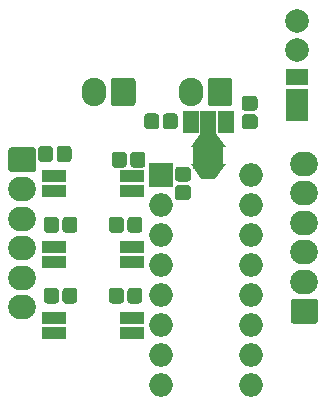
<source format=gbr>
G04 #@! TF.GenerationSoftware,KiCad,Pcbnew,(5.1.2)-1*
G04 #@! TF.CreationDate,2019-06-09T17:51:18+09:00*
G04 #@! TF.ProjectId,STEPPER_MOTOR04,53544550-5045-4525-9f4d-4f544f523034,rev?*
G04 #@! TF.SameCoordinates,Original*
G04 #@! TF.FileFunction,Soldermask,Bot*
G04 #@! TF.FilePolarity,Negative*
%FSLAX46Y46*%
G04 Gerber Fmt 4.6, Leading zero omitted, Abs format (unit mm)*
G04 Created by KiCad (PCBNEW (5.1.2)-1) date 2019-06-09 17:51:18*
%MOMM*%
%LPD*%
G04 APERTURE LIST*
%ADD10C,0.100000*%
%ADD11C,2.100000*%
%ADD12O,2.350000X2.100000*%
%ADD13R,2.100000X1.050000*%
%ADD14C,1.275000*%
%ADD15R,1.900000X2.800000*%
%ADD16R,1.900000X1.450000*%
%ADD17C,1.250000*%
%ADD18R,1.400000X1.900000*%
%ADD19R,1.400000X2.200000*%
%ADD20R,2.600000X2.240000*%
%ADD21C,1.400000*%
%ADD22O,2.100000X2.400000*%
%ADD23C,2.000000*%
%ADD24R,2.000000X2.000000*%
%ADD25O,2.000000X2.000000*%
G04 APERTURE END LIST*
D10*
G36*
X101646447Y-86201487D02*
G01*
X101676425Y-86205934D01*
X101705824Y-86213298D01*
X101734358Y-86223508D01*
X101761755Y-86236465D01*
X101787750Y-86252046D01*
X101812092Y-86270100D01*
X101834548Y-86290452D01*
X101854900Y-86312908D01*
X101872954Y-86337250D01*
X101888535Y-86363245D01*
X101901492Y-86390642D01*
X101911702Y-86419176D01*
X101919066Y-86448575D01*
X101923513Y-86478553D01*
X101925000Y-86508823D01*
X101925000Y-87991177D01*
X101923513Y-88021447D01*
X101919066Y-88051425D01*
X101911702Y-88080824D01*
X101901492Y-88109358D01*
X101888535Y-88136755D01*
X101872954Y-88162750D01*
X101854900Y-88187092D01*
X101834548Y-88209548D01*
X101812092Y-88229900D01*
X101787750Y-88247954D01*
X101761755Y-88263535D01*
X101734358Y-88276492D01*
X101705824Y-88286702D01*
X101676425Y-88294066D01*
X101646447Y-88298513D01*
X101616177Y-88300000D01*
X99883823Y-88300000D01*
X99853553Y-88298513D01*
X99823575Y-88294066D01*
X99794176Y-88286702D01*
X99765642Y-88276492D01*
X99738245Y-88263535D01*
X99712250Y-88247954D01*
X99687908Y-88229900D01*
X99665452Y-88209548D01*
X99645100Y-88187092D01*
X99627046Y-88162750D01*
X99611465Y-88136755D01*
X99598508Y-88109358D01*
X99588298Y-88080824D01*
X99580934Y-88051425D01*
X99576487Y-88021447D01*
X99575000Y-87991177D01*
X99575000Y-86508823D01*
X99576487Y-86478553D01*
X99580934Y-86448575D01*
X99588298Y-86419176D01*
X99598508Y-86390642D01*
X99611465Y-86363245D01*
X99627046Y-86337250D01*
X99645100Y-86312908D01*
X99665452Y-86290452D01*
X99687908Y-86270100D01*
X99712250Y-86252046D01*
X99738245Y-86236465D01*
X99765642Y-86223508D01*
X99794176Y-86213298D01*
X99823575Y-86205934D01*
X99853553Y-86201487D01*
X99883823Y-86200000D01*
X101616177Y-86200000D01*
X101646447Y-86201487D01*
X101646447Y-86201487D01*
G37*
D11*
X100750000Y-87250000D03*
D12*
X100750000Y-89750000D03*
X100750000Y-92250000D03*
X100750000Y-94750000D03*
X100750000Y-97250000D03*
X100750000Y-99750000D03*
D13*
X110050000Y-101885000D03*
X110050000Y-100615000D03*
X103450000Y-100615000D03*
X103450000Y-101885000D03*
X103450000Y-95885000D03*
X103450000Y-94615000D03*
X110050000Y-94615000D03*
X110050000Y-95885000D03*
X103450000Y-89885000D03*
X103450000Y-88615000D03*
X110050000Y-88615000D03*
X110050000Y-89885000D03*
D10*
G36*
X114737493Y-87826535D02*
G01*
X114768435Y-87831125D01*
X114798778Y-87838725D01*
X114828230Y-87849263D01*
X114856508Y-87862638D01*
X114883338Y-87878719D01*
X114908463Y-87897353D01*
X114931640Y-87918360D01*
X114952647Y-87941537D01*
X114971281Y-87966662D01*
X114987362Y-87993492D01*
X115000737Y-88021770D01*
X115011275Y-88051222D01*
X115018875Y-88081565D01*
X115023465Y-88112507D01*
X115025000Y-88143750D01*
X115025000Y-88781250D01*
X115023465Y-88812493D01*
X115018875Y-88843435D01*
X115011275Y-88873778D01*
X115000737Y-88903230D01*
X114987362Y-88931508D01*
X114971281Y-88958338D01*
X114952647Y-88983463D01*
X114931640Y-89006640D01*
X114908463Y-89027647D01*
X114883338Y-89046281D01*
X114856508Y-89062362D01*
X114828230Y-89075737D01*
X114798778Y-89086275D01*
X114768435Y-89093875D01*
X114737493Y-89098465D01*
X114706250Y-89100000D01*
X113993750Y-89100000D01*
X113962507Y-89098465D01*
X113931565Y-89093875D01*
X113901222Y-89086275D01*
X113871770Y-89075737D01*
X113843492Y-89062362D01*
X113816662Y-89046281D01*
X113791537Y-89027647D01*
X113768360Y-89006640D01*
X113747353Y-88983463D01*
X113728719Y-88958338D01*
X113712638Y-88931508D01*
X113699263Y-88903230D01*
X113688725Y-88873778D01*
X113681125Y-88843435D01*
X113676535Y-88812493D01*
X113675000Y-88781250D01*
X113675000Y-88143750D01*
X113676535Y-88112507D01*
X113681125Y-88081565D01*
X113688725Y-88051222D01*
X113699263Y-88021770D01*
X113712638Y-87993492D01*
X113728719Y-87966662D01*
X113747353Y-87941537D01*
X113768360Y-87918360D01*
X113791537Y-87897353D01*
X113816662Y-87878719D01*
X113843492Y-87862638D01*
X113871770Y-87849263D01*
X113901222Y-87838725D01*
X113931565Y-87831125D01*
X113962507Y-87826535D01*
X113993750Y-87825000D01*
X114706250Y-87825000D01*
X114737493Y-87826535D01*
X114737493Y-87826535D01*
G37*
D14*
X114350000Y-88462500D03*
D10*
G36*
X114737493Y-89401535D02*
G01*
X114768435Y-89406125D01*
X114798778Y-89413725D01*
X114828230Y-89424263D01*
X114856508Y-89437638D01*
X114883338Y-89453719D01*
X114908463Y-89472353D01*
X114931640Y-89493360D01*
X114952647Y-89516537D01*
X114971281Y-89541662D01*
X114987362Y-89568492D01*
X115000737Y-89596770D01*
X115011275Y-89626222D01*
X115018875Y-89656565D01*
X115023465Y-89687507D01*
X115025000Y-89718750D01*
X115025000Y-90356250D01*
X115023465Y-90387493D01*
X115018875Y-90418435D01*
X115011275Y-90448778D01*
X115000737Y-90478230D01*
X114987362Y-90506508D01*
X114971281Y-90533338D01*
X114952647Y-90558463D01*
X114931640Y-90581640D01*
X114908463Y-90602647D01*
X114883338Y-90621281D01*
X114856508Y-90637362D01*
X114828230Y-90650737D01*
X114798778Y-90661275D01*
X114768435Y-90668875D01*
X114737493Y-90673465D01*
X114706250Y-90675000D01*
X113993750Y-90675000D01*
X113962507Y-90673465D01*
X113931565Y-90668875D01*
X113901222Y-90661275D01*
X113871770Y-90650737D01*
X113843492Y-90637362D01*
X113816662Y-90621281D01*
X113791537Y-90602647D01*
X113768360Y-90581640D01*
X113747353Y-90558463D01*
X113728719Y-90533338D01*
X113712638Y-90506508D01*
X113699263Y-90478230D01*
X113688725Y-90448778D01*
X113681125Y-90418435D01*
X113676535Y-90387493D01*
X113675000Y-90356250D01*
X113675000Y-89718750D01*
X113676535Y-89687507D01*
X113681125Y-89656565D01*
X113688725Y-89626222D01*
X113699263Y-89596770D01*
X113712638Y-89568492D01*
X113728719Y-89541662D01*
X113747353Y-89516537D01*
X113768360Y-89493360D01*
X113791537Y-89472353D01*
X113816662Y-89453719D01*
X113843492Y-89437638D01*
X113871770Y-89424263D01*
X113901222Y-89413725D01*
X113931565Y-89406125D01*
X113962507Y-89401535D01*
X113993750Y-89400000D01*
X114706250Y-89400000D01*
X114737493Y-89401535D01*
X114737493Y-89401535D01*
G37*
D14*
X114350000Y-90037500D03*
D10*
G36*
X120387493Y-83401535D02*
G01*
X120418435Y-83406125D01*
X120448778Y-83413725D01*
X120478230Y-83424263D01*
X120506508Y-83437638D01*
X120533338Y-83453719D01*
X120558463Y-83472353D01*
X120581640Y-83493360D01*
X120602647Y-83516537D01*
X120621281Y-83541662D01*
X120637362Y-83568492D01*
X120650737Y-83596770D01*
X120661275Y-83626222D01*
X120668875Y-83656565D01*
X120673465Y-83687507D01*
X120675000Y-83718750D01*
X120675000Y-84356250D01*
X120673465Y-84387493D01*
X120668875Y-84418435D01*
X120661275Y-84448778D01*
X120650737Y-84478230D01*
X120637362Y-84506508D01*
X120621281Y-84533338D01*
X120602647Y-84558463D01*
X120581640Y-84581640D01*
X120558463Y-84602647D01*
X120533338Y-84621281D01*
X120506508Y-84637362D01*
X120478230Y-84650737D01*
X120448778Y-84661275D01*
X120418435Y-84668875D01*
X120387493Y-84673465D01*
X120356250Y-84675000D01*
X119643750Y-84675000D01*
X119612507Y-84673465D01*
X119581565Y-84668875D01*
X119551222Y-84661275D01*
X119521770Y-84650737D01*
X119493492Y-84637362D01*
X119466662Y-84621281D01*
X119441537Y-84602647D01*
X119418360Y-84581640D01*
X119397353Y-84558463D01*
X119378719Y-84533338D01*
X119362638Y-84506508D01*
X119349263Y-84478230D01*
X119338725Y-84448778D01*
X119331125Y-84418435D01*
X119326535Y-84387493D01*
X119325000Y-84356250D01*
X119325000Y-83718750D01*
X119326535Y-83687507D01*
X119331125Y-83656565D01*
X119338725Y-83626222D01*
X119349263Y-83596770D01*
X119362638Y-83568492D01*
X119378719Y-83541662D01*
X119397353Y-83516537D01*
X119418360Y-83493360D01*
X119441537Y-83472353D01*
X119466662Y-83453719D01*
X119493492Y-83437638D01*
X119521770Y-83424263D01*
X119551222Y-83413725D01*
X119581565Y-83406125D01*
X119612507Y-83401535D01*
X119643750Y-83400000D01*
X120356250Y-83400000D01*
X120387493Y-83401535D01*
X120387493Y-83401535D01*
G37*
D14*
X120000000Y-84037500D03*
D10*
G36*
X120387493Y-81826535D02*
G01*
X120418435Y-81831125D01*
X120448778Y-81838725D01*
X120478230Y-81849263D01*
X120506508Y-81862638D01*
X120533338Y-81878719D01*
X120558463Y-81897353D01*
X120581640Y-81918360D01*
X120602647Y-81941537D01*
X120621281Y-81966662D01*
X120637362Y-81993492D01*
X120650737Y-82021770D01*
X120661275Y-82051222D01*
X120668875Y-82081565D01*
X120673465Y-82112507D01*
X120675000Y-82143750D01*
X120675000Y-82781250D01*
X120673465Y-82812493D01*
X120668875Y-82843435D01*
X120661275Y-82873778D01*
X120650737Y-82903230D01*
X120637362Y-82931508D01*
X120621281Y-82958338D01*
X120602647Y-82983463D01*
X120581640Y-83006640D01*
X120558463Y-83027647D01*
X120533338Y-83046281D01*
X120506508Y-83062362D01*
X120478230Y-83075737D01*
X120448778Y-83086275D01*
X120418435Y-83093875D01*
X120387493Y-83098465D01*
X120356250Y-83100000D01*
X119643750Y-83100000D01*
X119612507Y-83098465D01*
X119581565Y-83093875D01*
X119551222Y-83086275D01*
X119521770Y-83075737D01*
X119493492Y-83062362D01*
X119466662Y-83046281D01*
X119441537Y-83027647D01*
X119418360Y-83006640D01*
X119397353Y-82983463D01*
X119378719Y-82958338D01*
X119362638Y-82931508D01*
X119349263Y-82903230D01*
X119338725Y-82873778D01*
X119331125Y-82843435D01*
X119326535Y-82812493D01*
X119325000Y-82781250D01*
X119325000Y-82143750D01*
X119326535Y-82112507D01*
X119331125Y-82081565D01*
X119338725Y-82051222D01*
X119349263Y-82021770D01*
X119362638Y-81993492D01*
X119378719Y-81966662D01*
X119397353Y-81941537D01*
X119418360Y-81918360D01*
X119441537Y-81897353D01*
X119466662Y-81878719D01*
X119493492Y-81862638D01*
X119521770Y-81849263D01*
X119551222Y-81838725D01*
X119581565Y-81831125D01*
X119612507Y-81826535D01*
X119643750Y-81825000D01*
X120356250Y-81825000D01*
X120387493Y-81826535D01*
X120387493Y-81826535D01*
G37*
D14*
X120000000Y-82462500D03*
D10*
G36*
X112062493Y-83326535D02*
G01*
X112093435Y-83331125D01*
X112123778Y-83338725D01*
X112153230Y-83349263D01*
X112181508Y-83362638D01*
X112208338Y-83378719D01*
X112233463Y-83397353D01*
X112256640Y-83418360D01*
X112277647Y-83441537D01*
X112296281Y-83466662D01*
X112312362Y-83493492D01*
X112325737Y-83521770D01*
X112336275Y-83551222D01*
X112343875Y-83581565D01*
X112348465Y-83612507D01*
X112350000Y-83643750D01*
X112350000Y-84356250D01*
X112348465Y-84387493D01*
X112343875Y-84418435D01*
X112336275Y-84448778D01*
X112325737Y-84478230D01*
X112312362Y-84506508D01*
X112296281Y-84533338D01*
X112277647Y-84558463D01*
X112256640Y-84581640D01*
X112233463Y-84602647D01*
X112208338Y-84621281D01*
X112181508Y-84637362D01*
X112153230Y-84650737D01*
X112123778Y-84661275D01*
X112093435Y-84668875D01*
X112062493Y-84673465D01*
X112031250Y-84675000D01*
X111393750Y-84675000D01*
X111362507Y-84673465D01*
X111331565Y-84668875D01*
X111301222Y-84661275D01*
X111271770Y-84650737D01*
X111243492Y-84637362D01*
X111216662Y-84621281D01*
X111191537Y-84602647D01*
X111168360Y-84581640D01*
X111147353Y-84558463D01*
X111128719Y-84533338D01*
X111112638Y-84506508D01*
X111099263Y-84478230D01*
X111088725Y-84448778D01*
X111081125Y-84418435D01*
X111076535Y-84387493D01*
X111075000Y-84356250D01*
X111075000Y-83643750D01*
X111076535Y-83612507D01*
X111081125Y-83581565D01*
X111088725Y-83551222D01*
X111099263Y-83521770D01*
X111112638Y-83493492D01*
X111128719Y-83466662D01*
X111147353Y-83441537D01*
X111168360Y-83418360D01*
X111191537Y-83397353D01*
X111216662Y-83378719D01*
X111243492Y-83362638D01*
X111271770Y-83349263D01*
X111301222Y-83338725D01*
X111331565Y-83331125D01*
X111362507Y-83326535D01*
X111393750Y-83325000D01*
X112031250Y-83325000D01*
X112062493Y-83326535D01*
X112062493Y-83326535D01*
G37*
D14*
X111712500Y-84000000D03*
D10*
G36*
X113637493Y-83326535D02*
G01*
X113668435Y-83331125D01*
X113698778Y-83338725D01*
X113728230Y-83349263D01*
X113756508Y-83362638D01*
X113783338Y-83378719D01*
X113808463Y-83397353D01*
X113831640Y-83418360D01*
X113852647Y-83441537D01*
X113871281Y-83466662D01*
X113887362Y-83493492D01*
X113900737Y-83521770D01*
X113911275Y-83551222D01*
X113918875Y-83581565D01*
X113923465Y-83612507D01*
X113925000Y-83643750D01*
X113925000Y-84356250D01*
X113923465Y-84387493D01*
X113918875Y-84418435D01*
X113911275Y-84448778D01*
X113900737Y-84478230D01*
X113887362Y-84506508D01*
X113871281Y-84533338D01*
X113852647Y-84558463D01*
X113831640Y-84581640D01*
X113808463Y-84602647D01*
X113783338Y-84621281D01*
X113756508Y-84637362D01*
X113728230Y-84650737D01*
X113698778Y-84661275D01*
X113668435Y-84668875D01*
X113637493Y-84673465D01*
X113606250Y-84675000D01*
X112968750Y-84675000D01*
X112937507Y-84673465D01*
X112906565Y-84668875D01*
X112876222Y-84661275D01*
X112846770Y-84650737D01*
X112818492Y-84637362D01*
X112791662Y-84621281D01*
X112766537Y-84602647D01*
X112743360Y-84581640D01*
X112722353Y-84558463D01*
X112703719Y-84533338D01*
X112687638Y-84506508D01*
X112674263Y-84478230D01*
X112663725Y-84448778D01*
X112656125Y-84418435D01*
X112651535Y-84387493D01*
X112650000Y-84356250D01*
X112650000Y-83643750D01*
X112651535Y-83612507D01*
X112656125Y-83581565D01*
X112663725Y-83551222D01*
X112674263Y-83521770D01*
X112687638Y-83493492D01*
X112703719Y-83466662D01*
X112722353Y-83441537D01*
X112743360Y-83418360D01*
X112766537Y-83397353D01*
X112791662Y-83378719D01*
X112818492Y-83362638D01*
X112846770Y-83349263D01*
X112876222Y-83338725D01*
X112906565Y-83331125D01*
X112937507Y-83326535D01*
X112968750Y-83325000D01*
X113606250Y-83325000D01*
X113637493Y-83326535D01*
X113637493Y-83326535D01*
G37*
D14*
X113287500Y-84000000D03*
D10*
G36*
X103562493Y-92076535D02*
G01*
X103593435Y-92081125D01*
X103623778Y-92088725D01*
X103653230Y-92099263D01*
X103681508Y-92112638D01*
X103708338Y-92128719D01*
X103733463Y-92147353D01*
X103756640Y-92168360D01*
X103777647Y-92191537D01*
X103796281Y-92216662D01*
X103812362Y-92243492D01*
X103825737Y-92271770D01*
X103836275Y-92301222D01*
X103843875Y-92331565D01*
X103848465Y-92362507D01*
X103850000Y-92393750D01*
X103850000Y-93106250D01*
X103848465Y-93137493D01*
X103843875Y-93168435D01*
X103836275Y-93198778D01*
X103825737Y-93228230D01*
X103812362Y-93256508D01*
X103796281Y-93283338D01*
X103777647Y-93308463D01*
X103756640Y-93331640D01*
X103733463Y-93352647D01*
X103708338Y-93371281D01*
X103681508Y-93387362D01*
X103653230Y-93400737D01*
X103623778Y-93411275D01*
X103593435Y-93418875D01*
X103562493Y-93423465D01*
X103531250Y-93425000D01*
X102893750Y-93425000D01*
X102862507Y-93423465D01*
X102831565Y-93418875D01*
X102801222Y-93411275D01*
X102771770Y-93400737D01*
X102743492Y-93387362D01*
X102716662Y-93371281D01*
X102691537Y-93352647D01*
X102668360Y-93331640D01*
X102647353Y-93308463D01*
X102628719Y-93283338D01*
X102612638Y-93256508D01*
X102599263Y-93228230D01*
X102588725Y-93198778D01*
X102581125Y-93168435D01*
X102576535Y-93137493D01*
X102575000Y-93106250D01*
X102575000Y-92393750D01*
X102576535Y-92362507D01*
X102581125Y-92331565D01*
X102588725Y-92301222D01*
X102599263Y-92271770D01*
X102612638Y-92243492D01*
X102628719Y-92216662D01*
X102647353Y-92191537D01*
X102668360Y-92168360D01*
X102691537Y-92147353D01*
X102716662Y-92128719D01*
X102743492Y-92112638D01*
X102771770Y-92099263D01*
X102801222Y-92088725D01*
X102831565Y-92081125D01*
X102862507Y-92076535D01*
X102893750Y-92075000D01*
X103531250Y-92075000D01*
X103562493Y-92076535D01*
X103562493Y-92076535D01*
G37*
D14*
X103212500Y-92750000D03*
D10*
G36*
X105137493Y-92076535D02*
G01*
X105168435Y-92081125D01*
X105198778Y-92088725D01*
X105228230Y-92099263D01*
X105256508Y-92112638D01*
X105283338Y-92128719D01*
X105308463Y-92147353D01*
X105331640Y-92168360D01*
X105352647Y-92191537D01*
X105371281Y-92216662D01*
X105387362Y-92243492D01*
X105400737Y-92271770D01*
X105411275Y-92301222D01*
X105418875Y-92331565D01*
X105423465Y-92362507D01*
X105425000Y-92393750D01*
X105425000Y-93106250D01*
X105423465Y-93137493D01*
X105418875Y-93168435D01*
X105411275Y-93198778D01*
X105400737Y-93228230D01*
X105387362Y-93256508D01*
X105371281Y-93283338D01*
X105352647Y-93308463D01*
X105331640Y-93331640D01*
X105308463Y-93352647D01*
X105283338Y-93371281D01*
X105256508Y-93387362D01*
X105228230Y-93400737D01*
X105198778Y-93411275D01*
X105168435Y-93418875D01*
X105137493Y-93423465D01*
X105106250Y-93425000D01*
X104468750Y-93425000D01*
X104437507Y-93423465D01*
X104406565Y-93418875D01*
X104376222Y-93411275D01*
X104346770Y-93400737D01*
X104318492Y-93387362D01*
X104291662Y-93371281D01*
X104266537Y-93352647D01*
X104243360Y-93331640D01*
X104222353Y-93308463D01*
X104203719Y-93283338D01*
X104187638Y-93256508D01*
X104174263Y-93228230D01*
X104163725Y-93198778D01*
X104156125Y-93168435D01*
X104151535Y-93137493D01*
X104150000Y-93106250D01*
X104150000Y-92393750D01*
X104151535Y-92362507D01*
X104156125Y-92331565D01*
X104163725Y-92301222D01*
X104174263Y-92271770D01*
X104187638Y-92243492D01*
X104203719Y-92216662D01*
X104222353Y-92191537D01*
X104243360Y-92168360D01*
X104266537Y-92147353D01*
X104291662Y-92128719D01*
X104318492Y-92112638D01*
X104346770Y-92099263D01*
X104376222Y-92088725D01*
X104406565Y-92081125D01*
X104437507Y-92076535D01*
X104468750Y-92075000D01*
X105106250Y-92075000D01*
X105137493Y-92076535D01*
X105137493Y-92076535D01*
G37*
D14*
X104787500Y-92750000D03*
D10*
G36*
X105137493Y-98076535D02*
G01*
X105168435Y-98081125D01*
X105198778Y-98088725D01*
X105228230Y-98099263D01*
X105256508Y-98112638D01*
X105283338Y-98128719D01*
X105308463Y-98147353D01*
X105331640Y-98168360D01*
X105352647Y-98191537D01*
X105371281Y-98216662D01*
X105387362Y-98243492D01*
X105400737Y-98271770D01*
X105411275Y-98301222D01*
X105418875Y-98331565D01*
X105423465Y-98362507D01*
X105425000Y-98393750D01*
X105425000Y-99106250D01*
X105423465Y-99137493D01*
X105418875Y-99168435D01*
X105411275Y-99198778D01*
X105400737Y-99228230D01*
X105387362Y-99256508D01*
X105371281Y-99283338D01*
X105352647Y-99308463D01*
X105331640Y-99331640D01*
X105308463Y-99352647D01*
X105283338Y-99371281D01*
X105256508Y-99387362D01*
X105228230Y-99400737D01*
X105198778Y-99411275D01*
X105168435Y-99418875D01*
X105137493Y-99423465D01*
X105106250Y-99425000D01*
X104468750Y-99425000D01*
X104437507Y-99423465D01*
X104406565Y-99418875D01*
X104376222Y-99411275D01*
X104346770Y-99400737D01*
X104318492Y-99387362D01*
X104291662Y-99371281D01*
X104266537Y-99352647D01*
X104243360Y-99331640D01*
X104222353Y-99308463D01*
X104203719Y-99283338D01*
X104187638Y-99256508D01*
X104174263Y-99228230D01*
X104163725Y-99198778D01*
X104156125Y-99168435D01*
X104151535Y-99137493D01*
X104150000Y-99106250D01*
X104150000Y-98393750D01*
X104151535Y-98362507D01*
X104156125Y-98331565D01*
X104163725Y-98301222D01*
X104174263Y-98271770D01*
X104187638Y-98243492D01*
X104203719Y-98216662D01*
X104222353Y-98191537D01*
X104243360Y-98168360D01*
X104266537Y-98147353D01*
X104291662Y-98128719D01*
X104318492Y-98112638D01*
X104346770Y-98099263D01*
X104376222Y-98088725D01*
X104406565Y-98081125D01*
X104437507Y-98076535D01*
X104468750Y-98075000D01*
X105106250Y-98075000D01*
X105137493Y-98076535D01*
X105137493Y-98076535D01*
G37*
D14*
X104787500Y-98750000D03*
D10*
G36*
X103562493Y-98076535D02*
G01*
X103593435Y-98081125D01*
X103623778Y-98088725D01*
X103653230Y-98099263D01*
X103681508Y-98112638D01*
X103708338Y-98128719D01*
X103733463Y-98147353D01*
X103756640Y-98168360D01*
X103777647Y-98191537D01*
X103796281Y-98216662D01*
X103812362Y-98243492D01*
X103825737Y-98271770D01*
X103836275Y-98301222D01*
X103843875Y-98331565D01*
X103848465Y-98362507D01*
X103850000Y-98393750D01*
X103850000Y-99106250D01*
X103848465Y-99137493D01*
X103843875Y-99168435D01*
X103836275Y-99198778D01*
X103825737Y-99228230D01*
X103812362Y-99256508D01*
X103796281Y-99283338D01*
X103777647Y-99308463D01*
X103756640Y-99331640D01*
X103733463Y-99352647D01*
X103708338Y-99371281D01*
X103681508Y-99387362D01*
X103653230Y-99400737D01*
X103623778Y-99411275D01*
X103593435Y-99418875D01*
X103562493Y-99423465D01*
X103531250Y-99425000D01*
X102893750Y-99425000D01*
X102862507Y-99423465D01*
X102831565Y-99418875D01*
X102801222Y-99411275D01*
X102771770Y-99400737D01*
X102743492Y-99387362D01*
X102716662Y-99371281D01*
X102691537Y-99352647D01*
X102668360Y-99331640D01*
X102647353Y-99308463D01*
X102628719Y-99283338D01*
X102612638Y-99256508D01*
X102599263Y-99228230D01*
X102588725Y-99198778D01*
X102581125Y-99168435D01*
X102576535Y-99137493D01*
X102575000Y-99106250D01*
X102575000Y-98393750D01*
X102576535Y-98362507D01*
X102581125Y-98331565D01*
X102588725Y-98301222D01*
X102599263Y-98271770D01*
X102612638Y-98243492D01*
X102628719Y-98216662D01*
X102647353Y-98191537D01*
X102668360Y-98168360D01*
X102691537Y-98147353D01*
X102716662Y-98128719D01*
X102743492Y-98112638D01*
X102771770Y-98099263D01*
X102801222Y-98088725D01*
X102831565Y-98081125D01*
X102862507Y-98076535D01*
X102893750Y-98075000D01*
X103531250Y-98075000D01*
X103562493Y-98076535D01*
X103562493Y-98076535D01*
G37*
D14*
X103212500Y-98750000D03*
D10*
G36*
X103062493Y-86076535D02*
G01*
X103093435Y-86081125D01*
X103123778Y-86088725D01*
X103153230Y-86099263D01*
X103181508Y-86112638D01*
X103208338Y-86128719D01*
X103233463Y-86147353D01*
X103256640Y-86168360D01*
X103277647Y-86191537D01*
X103296281Y-86216662D01*
X103312362Y-86243492D01*
X103325737Y-86271770D01*
X103336275Y-86301222D01*
X103343875Y-86331565D01*
X103348465Y-86362507D01*
X103350000Y-86393750D01*
X103350000Y-87106250D01*
X103348465Y-87137493D01*
X103343875Y-87168435D01*
X103336275Y-87198778D01*
X103325737Y-87228230D01*
X103312362Y-87256508D01*
X103296281Y-87283338D01*
X103277647Y-87308463D01*
X103256640Y-87331640D01*
X103233463Y-87352647D01*
X103208338Y-87371281D01*
X103181508Y-87387362D01*
X103153230Y-87400737D01*
X103123778Y-87411275D01*
X103093435Y-87418875D01*
X103062493Y-87423465D01*
X103031250Y-87425000D01*
X102393750Y-87425000D01*
X102362507Y-87423465D01*
X102331565Y-87418875D01*
X102301222Y-87411275D01*
X102271770Y-87400737D01*
X102243492Y-87387362D01*
X102216662Y-87371281D01*
X102191537Y-87352647D01*
X102168360Y-87331640D01*
X102147353Y-87308463D01*
X102128719Y-87283338D01*
X102112638Y-87256508D01*
X102099263Y-87228230D01*
X102088725Y-87198778D01*
X102081125Y-87168435D01*
X102076535Y-87137493D01*
X102075000Y-87106250D01*
X102075000Y-86393750D01*
X102076535Y-86362507D01*
X102081125Y-86331565D01*
X102088725Y-86301222D01*
X102099263Y-86271770D01*
X102112638Y-86243492D01*
X102128719Y-86216662D01*
X102147353Y-86191537D01*
X102168360Y-86168360D01*
X102191537Y-86147353D01*
X102216662Y-86128719D01*
X102243492Y-86112638D01*
X102271770Y-86099263D01*
X102301222Y-86088725D01*
X102331565Y-86081125D01*
X102362507Y-86076535D01*
X102393750Y-86075000D01*
X103031250Y-86075000D01*
X103062493Y-86076535D01*
X103062493Y-86076535D01*
G37*
D14*
X102712500Y-86750000D03*
D10*
G36*
X104637493Y-86076535D02*
G01*
X104668435Y-86081125D01*
X104698778Y-86088725D01*
X104728230Y-86099263D01*
X104756508Y-86112638D01*
X104783338Y-86128719D01*
X104808463Y-86147353D01*
X104831640Y-86168360D01*
X104852647Y-86191537D01*
X104871281Y-86216662D01*
X104887362Y-86243492D01*
X104900737Y-86271770D01*
X104911275Y-86301222D01*
X104918875Y-86331565D01*
X104923465Y-86362507D01*
X104925000Y-86393750D01*
X104925000Y-87106250D01*
X104923465Y-87137493D01*
X104918875Y-87168435D01*
X104911275Y-87198778D01*
X104900737Y-87228230D01*
X104887362Y-87256508D01*
X104871281Y-87283338D01*
X104852647Y-87308463D01*
X104831640Y-87331640D01*
X104808463Y-87352647D01*
X104783338Y-87371281D01*
X104756508Y-87387362D01*
X104728230Y-87400737D01*
X104698778Y-87411275D01*
X104668435Y-87418875D01*
X104637493Y-87423465D01*
X104606250Y-87425000D01*
X103968750Y-87425000D01*
X103937507Y-87423465D01*
X103906565Y-87418875D01*
X103876222Y-87411275D01*
X103846770Y-87400737D01*
X103818492Y-87387362D01*
X103791662Y-87371281D01*
X103766537Y-87352647D01*
X103743360Y-87331640D01*
X103722353Y-87308463D01*
X103703719Y-87283338D01*
X103687638Y-87256508D01*
X103674263Y-87228230D01*
X103663725Y-87198778D01*
X103656125Y-87168435D01*
X103651535Y-87137493D01*
X103650000Y-87106250D01*
X103650000Y-86393750D01*
X103651535Y-86362507D01*
X103656125Y-86331565D01*
X103663725Y-86301222D01*
X103674263Y-86271770D01*
X103687638Y-86243492D01*
X103703719Y-86216662D01*
X103722353Y-86191537D01*
X103743360Y-86168360D01*
X103766537Y-86147353D01*
X103791662Y-86128719D01*
X103818492Y-86112638D01*
X103846770Y-86099263D01*
X103876222Y-86088725D01*
X103906565Y-86081125D01*
X103937507Y-86076535D01*
X103968750Y-86075000D01*
X104606250Y-86075000D01*
X104637493Y-86076535D01*
X104637493Y-86076535D01*
G37*
D14*
X104287500Y-86750000D03*
D15*
X124000000Y-82600000D03*
D16*
X124000000Y-80225000D03*
D17*
X116500000Y-88243200D03*
D10*
G36*
X115896368Y-88868200D02*
G01*
X115014016Y-87618200D01*
X117985984Y-87618200D01*
X117103632Y-88868200D01*
X115896368Y-88868200D01*
X115896368Y-88868200D01*
G37*
D18*
X115000000Y-84096200D03*
D19*
X116500000Y-84242700D03*
D18*
X118000000Y-84096200D03*
D20*
X116500000Y-86909700D03*
D21*
X116500000Y-85500000D03*
D10*
G36*
X117004131Y-84800000D02*
G01*
X117984131Y-86200000D01*
X115015869Y-86200000D01*
X115995869Y-84800000D01*
X117004131Y-84800000D01*
X117004131Y-84800000D01*
G37*
D22*
X106800000Y-81500000D03*
D10*
G36*
X110071447Y-80301487D02*
G01*
X110101425Y-80305934D01*
X110130824Y-80313298D01*
X110159358Y-80323508D01*
X110186755Y-80336465D01*
X110212750Y-80352046D01*
X110237092Y-80370100D01*
X110259548Y-80390452D01*
X110279900Y-80412908D01*
X110297954Y-80437250D01*
X110313535Y-80463245D01*
X110326492Y-80490642D01*
X110336702Y-80519176D01*
X110344066Y-80548575D01*
X110348513Y-80578553D01*
X110350000Y-80608823D01*
X110350000Y-82391177D01*
X110348513Y-82421447D01*
X110344066Y-82451425D01*
X110336702Y-82480824D01*
X110326492Y-82509358D01*
X110313535Y-82536755D01*
X110297954Y-82562750D01*
X110279900Y-82587092D01*
X110259548Y-82609548D01*
X110237092Y-82629900D01*
X110212750Y-82647954D01*
X110186755Y-82663535D01*
X110159358Y-82676492D01*
X110130824Y-82686702D01*
X110101425Y-82694066D01*
X110071447Y-82698513D01*
X110041177Y-82700000D01*
X108558823Y-82700000D01*
X108528553Y-82698513D01*
X108498575Y-82694066D01*
X108469176Y-82686702D01*
X108440642Y-82676492D01*
X108413245Y-82663535D01*
X108387250Y-82647954D01*
X108362908Y-82629900D01*
X108340452Y-82609548D01*
X108320100Y-82587092D01*
X108302046Y-82562750D01*
X108286465Y-82536755D01*
X108273508Y-82509358D01*
X108263298Y-82480824D01*
X108255934Y-82451425D01*
X108251487Y-82421447D01*
X108250000Y-82391177D01*
X108250000Y-80608823D01*
X108251487Y-80578553D01*
X108255934Y-80548575D01*
X108263298Y-80519176D01*
X108273508Y-80490642D01*
X108286465Y-80463245D01*
X108302046Y-80437250D01*
X108320100Y-80412908D01*
X108340452Y-80390452D01*
X108362908Y-80370100D01*
X108387250Y-80352046D01*
X108413245Y-80336465D01*
X108440642Y-80323508D01*
X108469176Y-80313298D01*
X108498575Y-80305934D01*
X108528553Y-80301487D01*
X108558823Y-80300000D01*
X110041177Y-80300000D01*
X110071447Y-80301487D01*
X110071447Y-80301487D01*
G37*
D11*
X109300000Y-81500000D03*
D10*
G36*
X125536447Y-99023487D02*
G01*
X125566425Y-99027934D01*
X125595824Y-99035298D01*
X125624358Y-99045508D01*
X125651755Y-99058465D01*
X125677750Y-99074046D01*
X125702092Y-99092100D01*
X125724548Y-99112452D01*
X125744900Y-99134908D01*
X125762954Y-99159250D01*
X125778535Y-99185245D01*
X125791492Y-99212642D01*
X125801702Y-99241176D01*
X125809066Y-99270575D01*
X125813513Y-99300553D01*
X125815000Y-99330823D01*
X125815000Y-100813177D01*
X125813513Y-100843447D01*
X125809066Y-100873425D01*
X125801702Y-100902824D01*
X125791492Y-100931358D01*
X125778535Y-100958755D01*
X125762954Y-100984750D01*
X125744900Y-101009092D01*
X125724548Y-101031548D01*
X125702092Y-101051900D01*
X125677750Y-101069954D01*
X125651755Y-101085535D01*
X125624358Y-101098492D01*
X125595824Y-101108702D01*
X125566425Y-101116066D01*
X125536447Y-101120513D01*
X125506177Y-101122000D01*
X123773823Y-101122000D01*
X123743553Y-101120513D01*
X123713575Y-101116066D01*
X123684176Y-101108702D01*
X123655642Y-101098492D01*
X123628245Y-101085535D01*
X123602250Y-101069954D01*
X123577908Y-101051900D01*
X123555452Y-101031548D01*
X123535100Y-101009092D01*
X123517046Y-100984750D01*
X123501465Y-100958755D01*
X123488508Y-100931358D01*
X123478298Y-100902824D01*
X123470934Y-100873425D01*
X123466487Y-100843447D01*
X123465000Y-100813177D01*
X123465000Y-99330823D01*
X123466487Y-99300553D01*
X123470934Y-99270575D01*
X123478298Y-99241176D01*
X123488508Y-99212642D01*
X123501465Y-99185245D01*
X123517046Y-99159250D01*
X123535100Y-99134908D01*
X123555452Y-99112452D01*
X123577908Y-99092100D01*
X123602250Y-99074046D01*
X123628245Y-99058465D01*
X123655642Y-99045508D01*
X123684176Y-99035298D01*
X123713575Y-99027934D01*
X123743553Y-99023487D01*
X123773823Y-99022000D01*
X125506177Y-99022000D01*
X125536447Y-99023487D01*
X125536447Y-99023487D01*
G37*
D11*
X124640000Y-100072000D03*
D12*
X124640000Y-97572000D03*
X124640000Y-95072000D03*
X124640000Y-92572000D03*
X124640000Y-90072000D03*
X124640000Y-87572000D03*
D10*
G36*
X118271447Y-80301487D02*
G01*
X118301425Y-80305934D01*
X118330824Y-80313298D01*
X118359358Y-80323508D01*
X118386755Y-80336465D01*
X118412750Y-80352046D01*
X118437092Y-80370100D01*
X118459548Y-80390452D01*
X118479900Y-80412908D01*
X118497954Y-80437250D01*
X118513535Y-80463245D01*
X118526492Y-80490642D01*
X118536702Y-80519176D01*
X118544066Y-80548575D01*
X118548513Y-80578553D01*
X118550000Y-80608823D01*
X118550000Y-82391177D01*
X118548513Y-82421447D01*
X118544066Y-82451425D01*
X118536702Y-82480824D01*
X118526492Y-82509358D01*
X118513535Y-82536755D01*
X118497954Y-82562750D01*
X118479900Y-82587092D01*
X118459548Y-82609548D01*
X118437092Y-82629900D01*
X118412750Y-82647954D01*
X118386755Y-82663535D01*
X118359358Y-82676492D01*
X118330824Y-82686702D01*
X118301425Y-82694066D01*
X118271447Y-82698513D01*
X118241177Y-82700000D01*
X116758823Y-82700000D01*
X116728553Y-82698513D01*
X116698575Y-82694066D01*
X116669176Y-82686702D01*
X116640642Y-82676492D01*
X116613245Y-82663535D01*
X116587250Y-82647954D01*
X116562908Y-82629900D01*
X116540452Y-82609548D01*
X116520100Y-82587092D01*
X116502046Y-82562750D01*
X116486465Y-82536755D01*
X116473508Y-82509358D01*
X116463298Y-82480824D01*
X116455934Y-82451425D01*
X116451487Y-82421447D01*
X116450000Y-82391177D01*
X116450000Y-80608823D01*
X116451487Y-80578553D01*
X116455934Y-80548575D01*
X116463298Y-80519176D01*
X116473508Y-80490642D01*
X116486465Y-80463245D01*
X116502046Y-80437250D01*
X116520100Y-80412908D01*
X116540452Y-80390452D01*
X116562908Y-80370100D01*
X116587250Y-80352046D01*
X116613245Y-80336465D01*
X116640642Y-80323508D01*
X116669176Y-80313298D01*
X116698575Y-80305934D01*
X116728553Y-80301487D01*
X116758823Y-80300000D01*
X118241177Y-80300000D01*
X118271447Y-80301487D01*
X118271447Y-80301487D01*
G37*
D11*
X117500000Y-81500000D03*
D22*
X115000000Y-81500000D03*
D23*
X124000000Y-78000000D03*
X124000000Y-75500000D03*
D24*
X112500000Y-88500000D03*
D25*
X120120000Y-106280000D03*
X112500000Y-91040000D03*
X120120000Y-103740000D03*
X112500000Y-93580000D03*
X120120000Y-101200000D03*
X112500000Y-96120000D03*
X120120000Y-98660000D03*
X112500000Y-98660000D03*
X120120000Y-96120000D03*
X112500000Y-101200000D03*
X120120000Y-93580000D03*
X112500000Y-103740000D03*
X120120000Y-91040000D03*
X112500000Y-106280000D03*
X120120000Y-88500000D03*
D10*
G36*
X110887493Y-86576535D02*
G01*
X110918435Y-86581125D01*
X110948778Y-86588725D01*
X110978230Y-86599263D01*
X111006508Y-86612638D01*
X111033338Y-86628719D01*
X111058463Y-86647353D01*
X111081640Y-86668360D01*
X111102647Y-86691537D01*
X111121281Y-86716662D01*
X111137362Y-86743492D01*
X111150737Y-86771770D01*
X111161275Y-86801222D01*
X111168875Y-86831565D01*
X111173465Y-86862507D01*
X111175000Y-86893750D01*
X111175000Y-87606250D01*
X111173465Y-87637493D01*
X111168875Y-87668435D01*
X111161275Y-87698778D01*
X111150737Y-87728230D01*
X111137362Y-87756508D01*
X111121281Y-87783338D01*
X111102647Y-87808463D01*
X111081640Y-87831640D01*
X111058463Y-87852647D01*
X111033338Y-87871281D01*
X111006508Y-87887362D01*
X110978230Y-87900737D01*
X110948778Y-87911275D01*
X110918435Y-87918875D01*
X110887493Y-87923465D01*
X110856250Y-87925000D01*
X110218750Y-87925000D01*
X110187507Y-87923465D01*
X110156565Y-87918875D01*
X110126222Y-87911275D01*
X110096770Y-87900737D01*
X110068492Y-87887362D01*
X110041662Y-87871281D01*
X110016537Y-87852647D01*
X109993360Y-87831640D01*
X109972353Y-87808463D01*
X109953719Y-87783338D01*
X109937638Y-87756508D01*
X109924263Y-87728230D01*
X109913725Y-87698778D01*
X109906125Y-87668435D01*
X109901535Y-87637493D01*
X109900000Y-87606250D01*
X109900000Y-86893750D01*
X109901535Y-86862507D01*
X109906125Y-86831565D01*
X109913725Y-86801222D01*
X109924263Y-86771770D01*
X109937638Y-86743492D01*
X109953719Y-86716662D01*
X109972353Y-86691537D01*
X109993360Y-86668360D01*
X110016537Y-86647353D01*
X110041662Y-86628719D01*
X110068492Y-86612638D01*
X110096770Y-86599263D01*
X110126222Y-86588725D01*
X110156565Y-86581125D01*
X110187507Y-86576535D01*
X110218750Y-86575000D01*
X110856250Y-86575000D01*
X110887493Y-86576535D01*
X110887493Y-86576535D01*
G37*
D14*
X110537500Y-87250000D03*
D10*
G36*
X109312493Y-86576535D02*
G01*
X109343435Y-86581125D01*
X109373778Y-86588725D01*
X109403230Y-86599263D01*
X109431508Y-86612638D01*
X109458338Y-86628719D01*
X109483463Y-86647353D01*
X109506640Y-86668360D01*
X109527647Y-86691537D01*
X109546281Y-86716662D01*
X109562362Y-86743492D01*
X109575737Y-86771770D01*
X109586275Y-86801222D01*
X109593875Y-86831565D01*
X109598465Y-86862507D01*
X109600000Y-86893750D01*
X109600000Y-87606250D01*
X109598465Y-87637493D01*
X109593875Y-87668435D01*
X109586275Y-87698778D01*
X109575737Y-87728230D01*
X109562362Y-87756508D01*
X109546281Y-87783338D01*
X109527647Y-87808463D01*
X109506640Y-87831640D01*
X109483463Y-87852647D01*
X109458338Y-87871281D01*
X109431508Y-87887362D01*
X109403230Y-87900737D01*
X109373778Y-87911275D01*
X109343435Y-87918875D01*
X109312493Y-87923465D01*
X109281250Y-87925000D01*
X108643750Y-87925000D01*
X108612507Y-87923465D01*
X108581565Y-87918875D01*
X108551222Y-87911275D01*
X108521770Y-87900737D01*
X108493492Y-87887362D01*
X108466662Y-87871281D01*
X108441537Y-87852647D01*
X108418360Y-87831640D01*
X108397353Y-87808463D01*
X108378719Y-87783338D01*
X108362638Y-87756508D01*
X108349263Y-87728230D01*
X108338725Y-87698778D01*
X108331125Y-87668435D01*
X108326535Y-87637493D01*
X108325000Y-87606250D01*
X108325000Y-86893750D01*
X108326535Y-86862507D01*
X108331125Y-86831565D01*
X108338725Y-86801222D01*
X108349263Y-86771770D01*
X108362638Y-86743492D01*
X108378719Y-86716662D01*
X108397353Y-86691537D01*
X108418360Y-86668360D01*
X108441537Y-86647353D01*
X108466662Y-86628719D01*
X108493492Y-86612638D01*
X108521770Y-86599263D01*
X108551222Y-86588725D01*
X108581565Y-86581125D01*
X108612507Y-86576535D01*
X108643750Y-86575000D01*
X109281250Y-86575000D01*
X109312493Y-86576535D01*
X109312493Y-86576535D01*
G37*
D14*
X108962500Y-87250000D03*
D10*
G36*
X109062493Y-92076535D02*
G01*
X109093435Y-92081125D01*
X109123778Y-92088725D01*
X109153230Y-92099263D01*
X109181508Y-92112638D01*
X109208338Y-92128719D01*
X109233463Y-92147353D01*
X109256640Y-92168360D01*
X109277647Y-92191537D01*
X109296281Y-92216662D01*
X109312362Y-92243492D01*
X109325737Y-92271770D01*
X109336275Y-92301222D01*
X109343875Y-92331565D01*
X109348465Y-92362507D01*
X109350000Y-92393750D01*
X109350000Y-93106250D01*
X109348465Y-93137493D01*
X109343875Y-93168435D01*
X109336275Y-93198778D01*
X109325737Y-93228230D01*
X109312362Y-93256508D01*
X109296281Y-93283338D01*
X109277647Y-93308463D01*
X109256640Y-93331640D01*
X109233463Y-93352647D01*
X109208338Y-93371281D01*
X109181508Y-93387362D01*
X109153230Y-93400737D01*
X109123778Y-93411275D01*
X109093435Y-93418875D01*
X109062493Y-93423465D01*
X109031250Y-93425000D01*
X108393750Y-93425000D01*
X108362507Y-93423465D01*
X108331565Y-93418875D01*
X108301222Y-93411275D01*
X108271770Y-93400737D01*
X108243492Y-93387362D01*
X108216662Y-93371281D01*
X108191537Y-93352647D01*
X108168360Y-93331640D01*
X108147353Y-93308463D01*
X108128719Y-93283338D01*
X108112638Y-93256508D01*
X108099263Y-93228230D01*
X108088725Y-93198778D01*
X108081125Y-93168435D01*
X108076535Y-93137493D01*
X108075000Y-93106250D01*
X108075000Y-92393750D01*
X108076535Y-92362507D01*
X108081125Y-92331565D01*
X108088725Y-92301222D01*
X108099263Y-92271770D01*
X108112638Y-92243492D01*
X108128719Y-92216662D01*
X108147353Y-92191537D01*
X108168360Y-92168360D01*
X108191537Y-92147353D01*
X108216662Y-92128719D01*
X108243492Y-92112638D01*
X108271770Y-92099263D01*
X108301222Y-92088725D01*
X108331565Y-92081125D01*
X108362507Y-92076535D01*
X108393750Y-92075000D01*
X109031250Y-92075000D01*
X109062493Y-92076535D01*
X109062493Y-92076535D01*
G37*
D14*
X108712500Y-92750000D03*
D10*
G36*
X110637493Y-92076535D02*
G01*
X110668435Y-92081125D01*
X110698778Y-92088725D01*
X110728230Y-92099263D01*
X110756508Y-92112638D01*
X110783338Y-92128719D01*
X110808463Y-92147353D01*
X110831640Y-92168360D01*
X110852647Y-92191537D01*
X110871281Y-92216662D01*
X110887362Y-92243492D01*
X110900737Y-92271770D01*
X110911275Y-92301222D01*
X110918875Y-92331565D01*
X110923465Y-92362507D01*
X110925000Y-92393750D01*
X110925000Y-93106250D01*
X110923465Y-93137493D01*
X110918875Y-93168435D01*
X110911275Y-93198778D01*
X110900737Y-93228230D01*
X110887362Y-93256508D01*
X110871281Y-93283338D01*
X110852647Y-93308463D01*
X110831640Y-93331640D01*
X110808463Y-93352647D01*
X110783338Y-93371281D01*
X110756508Y-93387362D01*
X110728230Y-93400737D01*
X110698778Y-93411275D01*
X110668435Y-93418875D01*
X110637493Y-93423465D01*
X110606250Y-93425000D01*
X109968750Y-93425000D01*
X109937507Y-93423465D01*
X109906565Y-93418875D01*
X109876222Y-93411275D01*
X109846770Y-93400737D01*
X109818492Y-93387362D01*
X109791662Y-93371281D01*
X109766537Y-93352647D01*
X109743360Y-93331640D01*
X109722353Y-93308463D01*
X109703719Y-93283338D01*
X109687638Y-93256508D01*
X109674263Y-93228230D01*
X109663725Y-93198778D01*
X109656125Y-93168435D01*
X109651535Y-93137493D01*
X109650000Y-93106250D01*
X109650000Y-92393750D01*
X109651535Y-92362507D01*
X109656125Y-92331565D01*
X109663725Y-92301222D01*
X109674263Y-92271770D01*
X109687638Y-92243492D01*
X109703719Y-92216662D01*
X109722353Y-92191537D01*
X109743360Y-92168360D01*
X109766537Y-92147353D01*
X109791662Y-92128719D01*
X109818492Y-92112638D01*
X109846770Y-92099263D01*
X109876222Y-92088725D01*
X109906565Y-92081125D01*
X109937507Y-92076535D01*
X109968750Y-92075000D01*
X110606250Y-92075000D01*
X110637493Y-92076535D01*
X110637493Y-92076535D01*
G37*
D14*
X110287500Y-92750000D03*
D10*
G36*
X110637493Y-98076535D02*
G01*
X110668435Y-98081125D01*
X110698778Y-98088725D01*
X110728230Y-98099263D01*
X110756508Y-98112638D01*
X110783338Y-98128719D01*
X110808463Y-98147353D01*
X110831640Y-98168360D01*
X110852647Y-98191537D01*
X110871281Y-98216662D01*
X110887362Y-98243492D01*
X110900737Y-98271770D01*
X110911275Y-98301222D01*
X110918875Y-98331565D01*
X110923465Y-98362507D01*
X110925000Y-98393750D01*
X110925000Y-99106250D01*
X110923465Y-99137493D01*
X110918875Y-99168435D01*
X110911275Y-99198778D01*
X110900737Y-99228230D01*
X110887362Y-99256508D01*
X110871281Y-99283338D01*
X110852647Y-99308463D01*
X110831640Y-99331640D01*
X110808463Y-99352647D01*
X110783338Y-99371281D01*
X110756508Y-99387362D01*
X110728230Y-99400737D01*
X110698778Y-99411275D01*
X110668435Y-99418875D01*
X110637493Y-99423465D01*
X110606250Y-99425000D01*
X109968750Y-99425000D01*
X109937507Y-99423465D01*
X109906565Y-99418875D01*
X109876222Y-99411275D01*
X109846770Y-99400737D01*
X109818492Y-99387362D01*
X109791662Y-99371281D01*
X109766537Y-99352647D01*
X109743360Y-99331640D01*
X109722353Y-99308463D01*
X109703719Y-99283338D01*
X109687638Y-99256508D01*
X109674263Y-99228230D01*
X109663725Y-99198778D01*
X109656125Y-99168435D01*
X109651535Y-99137493D01*
X109650000Y-99106250D01*
X109650000Y-98393750D01*
X109651535Y-98362507D01*
X109656125Y-98331565D01*
X109663725Y-98301222D01*
X109674263Y-98271770D01*
X109687638Y-98243492D01*
X109703719Y-98216662D01*
X109722353Y-98191537D01*
X109743360Y-98168360D01*
X109766537Y-98147353D01*
X109791662Y-98128719D01*
X109818492Y-98112638D01*
X109846770Y-98099263D01*
X109876222Y-98088725D01*
X109906565Y-98081125D01*
X109937507Y-98076535D01*
X109968750Y-98075000D01*
X110606250Y-98075000D01*
X110637493Y-98076535D01*
X110637493Y-98076535D01*
G37*
D14*
X110287500Y-98750000D03*
D10*
G36*
X109062493Y-98076535D02*
G01*
X109093435Y-98081125D01*
X109123778Y-98088725D01*
X109153230Y-98099263D01*
X109181508Y-98112638D01*
X109208338Y-98128719D01*
X109233463Y-98147353D01*
X109256640Y-98168360D01*
X109277647Y-98191537D01*
X109296281Y-98216662D01*
X109312362Y-98243492D01*
X109325737Y-98271770D01*
X109336275Y-98301222D01*
X109343875Y-98331565D01*
X109348465Y-98362507D01*
X109350000Y-98393750D01*
X109350000Y-99106250D01*
X109348465Y-99137493D01*
X109343875Y-99168435D01*
X109336275Y-99198778D01*
X109325737Y-99228230D01*
X109312362Y-99256508D01*
X109296281Y-99283338D01*
X109277647Y-99308463D01*
X109256640Y-99331640D01*
X109233463Y-99352647D01*
X109208338Y-99371281D01*
X109181508Y-99387362D01*
X109153230Y-99400737D01*
X109123778Y-99411275D01*
X109093435Y-99418875D01*
X109062493Y-99423465D01*
X109031250Y-99425000D01*
X108393750Y-99425000D01*
X108362507Y-99423465D01*
X108331565Y-99418875D01*
X108301222Y-99411275D01*
X108271770Y-99400737D01*
X108243492Y-99387362D01*
X108216662Y-99371281D01*
X108191537Y-99352647D01*
X108168360Y-99331640D01*
X108147353Y-99308463D01*
X108128719Y-99283338D01*
X108112638Y-99256508D01*
X108099263Y-99228230D01*
X108088725Y-99198778D01*
X108081125Y-99168435D01*
X108076535Y-99137493D01*
X108075000Y-99106250D01*
X108075000Y-98393750D01*
X108076535Y-98362507D01*
X108081125Y-98331565D01*
X108088725Y-98301222D01*
X108099263Y-98271770D01*
X108112638Y-98243492D01*
X108128719Y-98216662D01*
X108147353Y-98191537D01*
X108168360Y-98168360D01*
X108191537Y-98147353D01*
X108216662Y-98128719D01*
X108243492Y-98112638D01*
X108271770Y-98099263D01*
X108301222Y-98088725D01*
X108331565Y-98081125D01*
X108362507Y-98076535D01*
X108393750Y-98075000D01*
X109031250Y-98075000D01*
X109062493Y-98076535D01*
X109062493Y-98076535D01*
G37*
D14*
X108712500Y-98750000D03*
M02*

</source>
